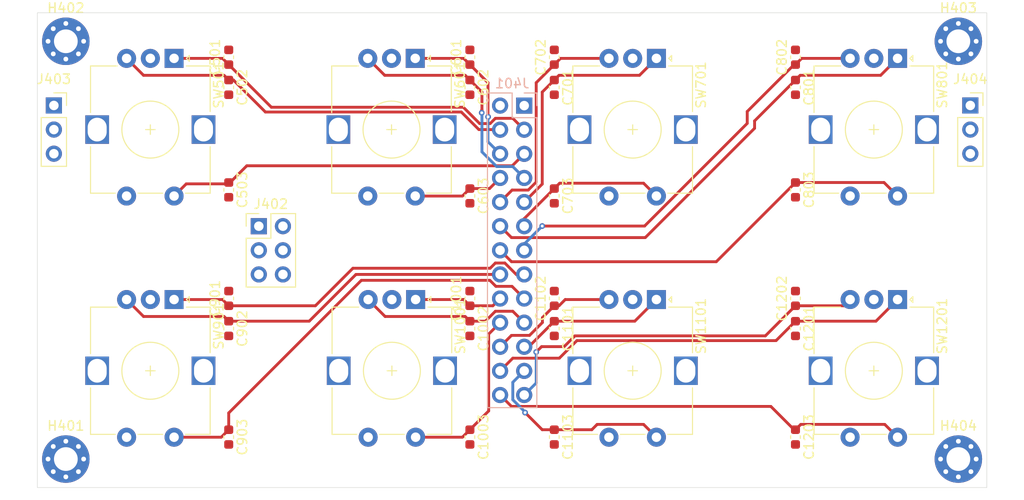
<source format=kicad_pcb>
(kicad_pcb (version 20241229) (generator "pcbnew") (generator_version "9.0")
  (layers (0 "F.Cu" signal) (2 "B.Cu" signal) (13 "F.Paste" user) (15 "B.Paste" user) (5 "F.SilkS" user "F.Silkscreen") (7 "B.SilkS" user "B.Silkscreen") (1 "F.Mask" user) (3 "B.Mask" user) (25 "Edge.Cuts" user))
  (net 0 "")
  (net 1 "GND")
  (net 2 "/encoder8/0_GPA0")
  (net 3 "/encoder8/0_GPB0")
  (net 4 "/encoder8/1_GPA0")
  (net 5 "/encoder8/0_GPA1")
  (net 6 "/encoder8/0_GPB1")
  (net 7 "/encoder8/1_GPA1")
  (net 8 "/encoder8/0_GPA2")
  (net 9 "/encoder8/0_GPB2")
  (net 10 "/encoder8/1_GPA2")
  (net 11 "/encoder8/0_GPA3")
  (net 12 "/encoder8/0_GPB3")
  (net 13 "/encoder8/1_GPA3")
  (net 14 "/encoder8/0_GPA4")
  (net 15 "/encoder8/0_GPB4")
  (net 16 "/encoder8/1_GPA4")
  (net 17 "/encoder8/0_GPA5")
  (net 18 "/encoder8/0_GPB5")
  (net 19 "/encoder8/1_GPA5")
  (net 20 "/encoder8/0_GPA6")
  (net 21 "/encoder8/0_GPB6")
  (net 22 "/encoder8/1_GPA6")
  (net 23 "/encoder8/0_GPA7")
  (net 24 "/encoder8/0_GPB7")
  (net 25 "/encoder8/1_GPA7")
  (net 26 "/encoder8/LED_5V")
  (net 27 "/encoder8/LED_DOUT")
  (net 28 "/encoder8/LED_DIN")
  (footprint "Capacitor_SMD:C_0603_1608Metric" (layer "F.Cu") (at 129.845 54.68 90)
    (property "Reference" "C802" (at 0 -1.43 90) (layer "F.SilkS"))
    (property "Value" "100n")
    (pad "1" smd roundrect (at -0.775 0 90) (size 0.9 0.95) (layers "F.Cu" "F.Mask" "F.Paste") (net 12 "/encoder8/0_GPB3"))
    (pad "2" smd roundrect (at 0.775 0 90) (size 0.9 0.95) (layers "F.Cu" "F.Mask" "F.Paste") (net 1 "GND"))
  )
  (footprint "Rotary_Encoder:RotaryEncoder_Alps_EC12E-Switch_Vertical_H20mm" (layer "F.Cu") (at 140.6 54.8 -90)
    (property "Reference" "SW801" (at 2.8 -4.7 90) (layer "F.SilkS"))
    (property "Value" "RotaryEncoder_Switch")
    (pad "A" thru_hole rect (at 0 0 270) (size 2 2) (drill 1) (layers "*.Cu" "*.Mask") (net 11 "/encoder8/0_GPA3"))
    (pad "B" thru_hole circle (at 0 5 270) (size 2 2) (drill 1) (layers "*.Cu" "*.Mask") (net 12 "/encoder8/0_GPB3"))
    (pad "C" thru_hole circle (at 0 2.5 270) (size 2 2) (drill 1) (layers "*.Cu" "*.Mask") (net 1 "GND"))
    (pad "MP" thru_hole rect (at 7.5 -3.1 270) (size 3 2.5) (drill oval 2.5 2) (layers "*.Cu" "*.Mask") (net 1 "GND"))
    (pad "MP" thru_hole rect (at 7.5 8.1 270) (size 3 2.5) (drill oval 2.5 2) (layers "*.Cu" "*.Mask") (net 1 "GND"))
    (pad "S1" thru_hole circle (at 14.5 0 270) (size 2 2) (drill 1) (layers "*.Cu" "*.Mask") (net 13 "/encoder8/1_GPA3"))
    (pad "S2" thru_hole circle (at 14.5 5 270) (size 2 2) (drill 1) (layers "*.Cu" "*.Mask") (net 1 "GND"))
  )
  (footprint "Capacitor_SMD:C_0603_1608Metric" (layer "F.Cu") (at 129.845 80.08 90)
    (property "Reference" "C1202" (at 0 -1.43 90) (layer "F.SilkS"))
    (property "Value" "100n")
    (pad "1" smd roundrect (at -0.775 0 90) (size 0.9 0.95) (layers "F.Cu" "F.Mask" "F.Paste") (net 24 "/encoder8/0_GPB7"))
    (pad "2" smd roundrect (at 0.775 0 90) (size 0.9 0.95) (layers "F.Cu" "F.Mask" "F.Paste") (net 1 "GND"))
  )
  (footprint "Capacitor_SMD:C_0603_1608Metric" (layer "F.Cu") (at 95.555 54.68 90)
    (property "Reference" "C601" (at 0 -1.43 90) (layer "F.SilkS"))
    (property "Value" "100n")
    (pad "1" smd roundrect (at -0.775 0 90) (size 0.9 0.95) (layers "F.Cu" "F.Mask" "F.Paste") (net 5 "/encoder8/0_GPA1"))
    (pad "2" smd roundrect (at 0.775 0 90) (size 0.9 0.95) (layers "F.Cu" "F.Mask" "F.Paste") (net 1 "GND"))
  )
  (footprint "MountingHole:MountingHole_2.5mm_Pad_Via" (layer "F.Cu") (at 147 53)
    (property "Reference" "H403" (at 0 -3.5 0) (layer "F.SilkS"))
    (property "Value" "MountingHole_Pad")
    (pad "1" thru_hole circle (at -1.875 0) (size 0.8 0.8) (drill 0.5) (layers "*.Cu" "*.Mask") (net 1 "GND"))
    (pad "1" thru_hole circle (at -1.325825 -1.325825) (size 0.8 0.8) (drill 0.5) (layers "*.Cu" "*.Mask") (net 1 "GND"))
    (pad "1" thru_hole circle (at -1.325825 1.325825) (size 0.8 0.8) (drill 0.5) (layers "*.Cu" "*.Mask") (net 1 "GND"))
    (pad "1" thru_hole circle (at 0 -1.875) (size 0.8 0.8) (drill 0.5) (layers "*.Cu" "*.Mask") (net 1 "GND"))
    (pad "1" thru_hole circle (at 0 0) (size 5 5) (drill 2.5) (layers "*.Cu" "*.Mask") (net 1 "GND"))
    (pad "1" thru_hole circle (at 0 1.875) (size 0.8 0.8) (drill 0.5) (layers "*.Cu" "*.Mask") (net 1 "GND"))
    (pad "1" thru_hole circle (at 1.325825 -1.325825) (size 0.8 0.8) (drill 0.5) (layers "*.Cu" "*.Mask") (net 1 "GND"))
    (pad "1" thru_hole circle (at 1.325825 1.325825) (size 0.8 0.8) (drill 0.5) (layers "*.Cu" "*.Mask") (net 1 "GND"))
    (pad "1" thru_hole circle (at 1.875 0) (size 0.8 0.8) (drill 0.5) (layers "*.Cu" "*.Mask") (net 1 "GND"))
  )
  (footprint "Capacitor_SMD:C_0603_1608Metric" (layer "F.Cu") (at 95.555 83.255 -90)
    (property "Reference" "C1002" (at 0 -1.43 90) (layer "F.SilkS"))
    (property "Value" "100n")
    (pad "1" smd roundrect (at -0.775 0 270) (size 0.9 0.95) (layers "F.Cu" "F.Mask" "F.Paste") (net 18 "/encoder8/0_GPB5"))
    (pad "2" smd roundrect (at 0.775 0 270) (size 0.9 0.95) (layers "F.Cu" "F.Mask" "F.Paste") (net 1 "GND"))
  )
  (footprint "Rotary_Encoder:RotaryEncoder_Alps_EC12E-Switch_Vertical_H20mm" (layer "F.Cu") (at 115.2 54.8 -90)
    (property "Reference" "SW701" (at 2.8 -4.7 90) (layer "F.SilkS"))
    (property "Value" "RotaryEncoder_Switch")
    (pad "A" thru_hole rect (at 0 0 270) (size 2 2) (drill 1) (layers "*.Cu" "*.Mask") (net 8 "/encoder8/0_GPA2"))
    (pad "B" thru_hole circle (at 0 5 270) (size 2 2) (drill 1) (layers "*.Cu" "*.Mask") (net 9 "/encoder8/0_GPB2"))
    (pad "C" thru_hole circle (at 0 2.5 270) (size 2 2) (drill 1) (layers "*.Cu" "*.Mask") (net 1 "GND"))
    (pad "MP" thru_hole rect (at 7.5 -3.1 270) (size 3 2.5) (drill oval 2.5 2) (layers "*.Cu" "*.Mask") (net 1 "GND"))
    (pad "MP" thru_hole rect (at 7.5 8.1 270) (size 3 2.5) (drill oval 2.5 2) (layers "*.Cu" "*.Mask") (net 1 "GND"))
    (pad "S1" thru_hole circle (at 14.5 0 270) (size 2 2) (drill 1) (layers "*.Cu" "*.Mask") (net 10 "/encoder8/1_GPA2"))
    (pad "S2" thru_hole circle (at 14.5 5 270) (size 2 2) (drill 1) (layers "*.Cu" "*.Mask") (net 1 "GND"))
  )
  (footprint "Capacitor_SMD:C_0603_1608Metric" (layer "F.Cu") (at 104.445 57.855 -90)
    (property "Reference" "C701" (at 0 -1.43 90) (layer "F.SilkS"))
    (property "Value" "100n")
    (pad "1" smd roundrect (at -0.775 0 270) (size 0.9 0.95) (layers "F.Cu" "F.Mask" "F.Paste") (net 8 "/encoder8/0_GPA2"))
    (pad "2" smd roundrect (at 0.775 0 270) (size 0.9 0.95) (layers "F.Cu" "F.Mask" "F.Paste") (net 1 "GND"))
  )
  (footprint "Capacitor_SMD:C_0603_1608Metric" (layer "F.Cu") (at 70.155 94.685 -90)
    (property "Reference" "C903" (at 0 -1.43 90) (layer "F.SilkS"))
    (property "Value" "100n")
    (pad "1" smd roundrect (at -0.775 0 270) (size 0.9 0.95) (layers "F.Cu" "F.Mask" "F.Paste") (net 16 "/encoder8/1_GPA4"))
    (pad "2" smd roundrect (at 0.775 0 270) (size 0.9 0.95) (layers "F.Cu" "F.Mask" "F.Paste") (net 1 "GND"))
  )
  (footprint "Capacitor_SMD:C_0603_1608Metric" (layer "F.Cu") (at 70.155 57.855 -90)
    (property "Reference" "C502" (at 0 -1.43 90) (layer "F.SilkS"))
    (property "Value" "100n")
    (pad "1" smd roundrect (at -0.775 0 270) (size 0.9 0.95) (layers "F.Cu" "F.Mask" "F.Paste") (net 3 "/encoder8/0_GPB0"))
    (pad "2" smd roundrect (at 0.775 0 270) (size 0.9 0.95) (layers "F.Cu" "F.Mask" "F.Paste") (net 1 "GND"))
  )
  (footprint "Capacitor_SMD:C_0603_1608Metric" (layer "F.Cu") (at 104.445 94.685 -90)
    (property "Reference" "C1103" (at 0 -1.43 90) (layer "F.SilkS"))
    (property "Value" "100n")
    (pad "1" smd roundrect (at -0.775 0 270) (size 0.9 0.95) (layers "F.Cu" "F.Mask" "F.Paste") (net 22 "/encoder8/1_GPA6"))
    (pad "2" smd roundrect (at 0.775 0 270) (size 0.9 0.95) (layers "F.Cu" "F.Mask" "F.Paste") (net 1 "GND"))
  )
  (footprint "Capacitor_SMD:C_0603_1608Metric" (layer "F.Cu") (at 129.845 94.685 -90)
    (property "Reference" "C1203" (at 0 -1.43 90) (layer "F.SilkS"))
    (property "Value" "100n")
    (pad "1" smd roundrect (at -0.775 0 270) (size 0.9 0.95) (layers "F.Cu" "F.Mask" "F.Paste") (net 25 "/encoder8/1_GPA7"))
    (pad "2" smd roundrect (at 0.775 0 270) (size 0.9 0.95) (layers "F.Cu" "F.Mask" "F.Paste") (net 1 "GND"))
  )
  (footprint "Capacitor_SMD:C_0603_1608Metric" (layer "F.Cu") (at 129.845 68.65 -90)
    (property "Reference" "C803" (at 0 -1.43 90) (layer "F.SilkS"))
    (property "Value" "100n")
    (pad "1" smd roundrect (at -0.775 0 270) (size 0.9 0.95) (layers "F.Cu" "F.Mask" "F.Paste") (net 13 "/encoder8/1_GPA3"))
    (pad "2" smd roundrect (at 0.775 0 270) (size 0.9 0.95) (layers "F.Cu" "F.Mask" "F.Paste") (net 1 "GND"))
  )
  (footprint "Capacitor_SMD:C_0603_1608Metric" (layer "F.Cu") (at 129.845 83.255 -90)
    (property "Reference" "C1201" (at 0 -1.43 90) (layer "F.SilkS"))
    (property "Value" "100n")
    (pad "1" smd roundrect (at -0.775 0 270) (size 0.9 0.95) (layers "F.Cu" "F.Mask" "F.Paste") (net 23 "/encoder8/0_GPA7"))
    (pad "2" smd roundrect (at 0.775 0 270) (size 0.9 0.95) (layers "F.Cu" "F.Mask" "F.Paste") (net 1 "GND"))
  )
  (footprint "Capacitor_SMD:C_0603_1608Metric" (layer "F.Cu") (at 70.155 68.65 -90)
    (property "Reference" "C503" (at 0 -1.43 90) (layer "F.SilkS"))
    (property "Value" "100n")
    (pad "1" smd roundrect (at -0.775 0 270) (size 0.9 0.95) (layers "F.Cu" "F.Mask" "F.Paste") (net 4 "/encoder8/1_GPA0"))
    (pad "2" smd roundrect (at 0.775 0 270) (size 0.9 0.95) (layers "F.Cu" "F.Mask" "F.Paste") (net 1 "GND"))
  )
  (footprint "Capacitor_SMD:C_0603_1608Metric" (layer "F.Cu") (at 104.445 83.255 -90)
    (property "Reference" "C1101" (at 0 -1.43 90) (layer "F.SilkS"))
    (property "Value" "100n")
    (pad "1" smd roundrect (at -0.775 0 270) (size 0.9 0.95) (layers "F.Cu" "F.Mask" "F.Paste") (net 20 "/encoder8/0_GPA6"))
    (pad "2" smd roundrect (at 0.775 0 270) (size 0.9 0.95) (layers "F.Cu" "F.Mask" "F.Paste") (net 1 "GND"))
  )
  (footprint "Capacitor_SMD:C_0603_1608Metric" (layer "F.Cu") (at 70.155 80.08 90)
    (property "Reference" "C901" (at 0 -1.43 90) (layer "F.SilkS"))
    (property "Value" "100n")
    (pad "1" smd roundrect (at -0.775 0 90) (size 0.9 0.95) (layers "F.Cu" "F.Mask" "F.Paste") (net 14 "/encoder8/0_GPA4"))
    (pad "2" smd roundrect (at 0.775 0 90) (size 0.9 0.95) (layers "F.Cu" "F.Mask" "F.Paste") (net 1 "GND"))
  )
  (footprint "Capacitor_SMD:C_0603_1608Metric" (layer "F.Cu") (at 70.155 54.68 90)
    (property "Reference" "C501" (at 0 -1.43 90) (layer "F.SilkS"))
    (property "Value" "100n")
    (pad "1" smd roundrect (at -0.775 0 90) (size 0.9 0.95) (layers "F.Cu" "F.Mask" "F.Paste") (net 2 "/encoder8/0_GPA0"))
    (pad "2" smd roundrect (at 0.775 0 90) (size 0.9 0.95) (layers "F.Cu" "F.Mask" "F.Paste") (net 1 "GND"))
  )
  (footprint "Capacitor_SMD:C_0603_1608Metric" (layer "F.Cu") (at 104.445 54.68 90)
    (property "Reference" "C702" (at 0 -1.43 90) (layer "F.SilkS"))
    (property "Value" "100n")
    (pad "1" smd roundrect (at -0.775 0 90) (size 0.9 0.95) (layers "F.Cu" "F.Mask" "F.Paste") (net 9 "/encoder8/0_GPB2"))
    (pad "2" smd roundrect (at 0.775 0 90) (size 0.9 0.95) (layers "F.Cu" "F.Mask" "F.Paste") (net 1 "GND"))
  )
  (footprint "Capacitor_SMD:C_0603_1608Metric" (layer "F.Cu") (at 95.555 57.855 -90)
    (property "Reference" "C602" (at 0 -1.43 90) (layer "F.SilkS"))
    (property "Value" "100n")
    (pad "1" smd roundrect (at -0.775 0 270) (size 0.9 0.95) (layers "F.Cu" "F.Mask" "F.Paste") (net 6 "/encoder8/0_GPB1"))
    (pad "2" smd roundrect (at 0.775 0 270) (size 0.9 0.95) (layers "F.Cu" "F.Mask" "F.Paste") (net 1 "GND"))
  )
  (footprint "Capacitor_SMD:C_0603_1608Metric" (layer "F.Cu") (at 95.555 94.685 -90)
    (property "Reference" "C1003" (at 0 -1.43 90) (layer "F.SilkS"))
    (property "Value" "100n")
    (pad "1" smd roundrect (at -0.775 0 270) (size 0.9 0.95) (layers "F.Cu" "F.Mask" "F.Paste") (net 19 "/encoder8/1_GPA5"))
    (pad "2" smd roundrect (at 0.775 0 270) (size 0.9 0.95) (layers "F.Cu" "F.Mask" "F.Paste") (net 1 "GND"))
  )
  (footprint "Rotary_Encoder:RotaryEncoder_Alps_EC12E-Switch_Vertical_H20mm" (layer "F.Cu") (at 115.2 80.2 -90)
    (property "Reference" "SW1101" (at 2.8 -4.7 90) (layer "F.SilkS"))
    (property "Value" "RotaryEncoder_Switch")
    (pad "A" thru_hole rect (at 0 0 270) (size 2 2) (drill 1) (layers "*.Cu" "*.Mask") (net 20 "/encoder8/0_GPA6"))
    (pad "B" thru_hole circle (at 0 5 270) (size 2 2) (drill 1) (layers "*.Cu" "*.Mask") (net 21 "/encoder8/0_GPB6"))
    (pad "C" thru_hole circle (at 0 2.5 270) (size 2 2) (drill 1) (layers "*.Cu" "*.Mask") (net 1 "GND"))
    (pad "MP" thru_hole rect (at 7.5 -3.1 270) (size 3 2.5) (drill oval 2.5 2) (layers "*.Cu" "*.Mask") (net 1 "GND"))
    (pad "MP" thru_hole rect (at 7.5 8.1 270) (size 3 2.5) (drill oval 2.5 2) (layers "*.Cu" "*.Mask") (net 1 "GND"))
    (pad "S1" thru_hole circle (at 14.5 0 270) (size 2 2) (drill 1) (layers "*.Cu" "*.Mask") (net 22 "/encoder8/1_GPA6"))
    (pad "S2" thru_hole circle (at 14.5 5 270) (size 2 2) (drill 1) (layers "*.Cu" "*.Mask") (net 1 "GND"))
  )
  (footprint "MountingHole:MountingHole_2.5mm_Pad_Via" (layer "F.Cu") (at 147 97)
    (property "Reference" "H404" (at 0 -3.5 0) (layer "F.SilkS"))
    (property "Value" "MountingHole_Pad")
    (pad "1" thru_hole circle (at -1.875 0) (size 0.8 0.8) (drill 0.5) (layers "*.Cu" "*.Mask") (net 1 "GND"))
    (pad "1" thru_hole circle (at -1.325825 -1.325825) (size 0.8 0.8) (drill 0.5) (layers "*.Cu" "*.Mask") (net 1 "GND"))
    (pad "1" thru_hole circle (at -1.325825 1.325825) (size 0.8 0.8) (drill 0.5) (layers "*.Cu" "*.Mask") (net 1 "GND"))
    (pad "1" thru_hole circle (at 0 -1.875) (size 0.8 0.8) (drill 0.5) (layers "*.Cu" "*.Mask") (net 1 "GND"))
    (pad "1" thru_hole circle (at 0 0) (size 5 5) (drill 2.5) (layers "*.Cu" "*.Mask") (net 1 "GND"))
    (pad "1" thru_hole circle (at 0 1.875) (size 0.8 0.8) (drill 0.5) (layers "*.Cu" "*.Mask") (net 1 "GND"))
    (pad "1" thru_hole circle (at 1.325825 -1.325825) (size 0.8 0.8) (drill 0.5) (layers "*.Cu" "*.Mask") (net 1 "GND"))
    (pad "1" thru_hole circle (at 1.325825 1.325825) (size 0.8 0.8) (drill 0.5) (layers "*.Cu" "*.Mask") (net 1 "GND"))
    (pad "1" thru_hole circle (at 1.875 0) (size 0.8 0.8) (drill 0.5) (layers "*.Cu" "*.Mask") (net 1 "GND"))
  )
  (footprint "Capacitor_SMD:C_0603_1608Metric" (layer "F.Cu") (at 95.555 69.285 -90)
    (property "Reference" "C603" (at 0 -1.43 90) (layer "F.SilkS"))
    (property "Value" "100n")
    (pad "1" smd roundrect (at -0.775 0 270) (size 0.9 0.95) (layers "F.Cu" "F.Mask" "F.Paste") (net 7 "/encoder8/1_GPA1"))
    (pad "2" smd roundrect (at 0.775 0 270) (size 0.9 0.95) (layers "F.Cu" "F.Mask" "F.Paste") (net 1 "GND"))
  )
  (footprint "MountingHole:MountingHole_2.5mm_Pad_Via" (layer "F.Cu") (at 53 53)
    (property "Reference" "H402" (at 0 -3.5 0) (layer "F.SilkS"))
    (property "Value" "MountingHole_Pad")
    (pad "1" thru_hole circle (at -1.875 0) (size 0.8 0.8) (drill 0.5) (layers "*.Cu" "*.Mask") (net 1 "GND"))
    (pad "1" thru_hole circle (at -1.325825 -1.325825) (size 0.8 0.8) (drill 0.5) (layers "*.Cu" "*.Mask") (net 1 "GND"))
    (pad "1" thru_hole circle (at -1.325825 1.325825) (size 0.8 0.8) (drill 0.5) (layers "*.Cu" "*.Mask") (net 1 "GND"))
    (pad "1" thru_hole circle (at 0 -1.875) (size 0.8 0.8) (drill 0.5) (layers "*.Cu" "*.Mask") (net 1 "GND"))
    (pad "1" thru_hole circle (at 0 0) (size 5 5) (drill 2.5) (layers "*.Cu" "*.Mask") (net 1 "GND"))
    (pad "1" thru_hole circle (at 0 1.875) (size 0.8 0.8) (drill 0.5) (layers "*.Cu" "*.Mask") (net 1 "GND"))
    (pad "1" thru_hole circle (at 1.325825 -1.325825) (size 0.8 0.8) (drill 0.5) (layers "*.Cu" "*.Mask") (net 1 "GND"))
    (pad "1" thru_hole circle (at 1.325825 1.325825) (size 0.8 0.8) (drill 0.5) (layers "*.Cu" "*.Mask") (net 1 "GND"))
    (pad "1" thru_hole circle (at 1.875 0) (size 0.8 0.8) (drill 0.5) (layers "*.Cu" "*.Mask") (net 1 "GND"))
  )
  (footprint "Capacitor_SMD:C_0603_1608Metric" (layer "F.Cu") (at 104.445 80.08 90)
    (property "Reference" "C1102" (at 0 -1.43 90) (layer "F.SilkS"))
    (property "Value" "100n")
    (pad "1" smd roundrect (at -0.775 0 90) (size 0.9 0.95) (layers "F.Cu" "F.Mask" "F.Paste") (net 21 "/encoder8/0_GPB6"))
    (pad "2" smd roundrect (at 0.775 0 90) (size 0.9 0.95) (layers "F.Cu" "F.Mask" "F.Paste") (net 1 "GND"))
  )
  (footprint "Rotary_Encoder:RotaryEncoder_Alps_EC12E-Switch_Vertical_H20mm" (layer "F.Cu") (at 89.84 80.2 -90)
    (property "Reference" "SW1001" (at 2.8 -4.7 90) (layer "F.SilkS"))
    (property "Value" "RotaryEncoder_Switch")
    (pad "A" thru_hole rect (at 0 0 270) (size 2 2) (drill 1) (layers "*.Cu" "*.Mask") (net 17 "/encoder8/0_GPA5"))
    (pad "B" thru_hole circle (at 0 5 270) (size 2 2) (drill 1) (layers "*.Cu" "*.Mask") (net 18 "/encoder8/0_GPB5"))
    (pad "C" thru_hole circle (at 0 2.5 270) (size 2 2) (drill 1) (layers "*.Cu" "*.Mask") (net 1 "GND"))
    (pad "MP" thru_hole rect (at 7.5 -3.1 270) (size 3 2.5) (drill oval 2.5 2) (layers "*.Cu" "*.Mask") (net 1 "GND"))
    (pad "MP" thru_hole rect (at 7.5 8.1 270) (size 3 2.5) (drill oval 2.5 2) (layers "*.Cu" "*.Mask") (net 1 "GND"))
    (pad "S1" thru_hole circle (at 14.5 0 270) (size 2 2) (drill 1) (layers "*.Cu" "*.Mask") (net 19 "/encoder8/1_GPA5"))
    (pad "S2" thru_hole circle (at 14.5 5 270) (size 2 2) (drill 1) (layers "*.Cu" "*.Mask") (net 1 "GND"))
  )
  (footprint "Rotary_Encoder:RotaryEncoder_Alps_EC12E-Switch_Vertical_H20mm" (layer "F.Cu") (at 64.4 80.2 -90)
    (property "Reference" "SW901" (at 2.8 -4.7 90) (layer "F.SilkS"))
    (property "Value" "RotaryEncoder_Switch")
    (pad "A" thru_hole rect (at 0 0 270) (size 2 2) (drill 1) (layers "*.Cu" "*.Mask") (net 14 "/encoder8/0_GPA4"))
    (pad "B" thru_hole circle (at 0 5 270) (size 2 2) (drill 1) (layers "*.Cu" "*.Mask") (net 15 "/encoder8/0_GPB4"))
    (pad "C" thru_hole circle (at 0 2.5 270) (size 2 2) (drill 1) (layers "*.Cu" "*.Mask") (net 1 "GND"))
    (pad "MP" thru_hole rect (at 7.5 -3.1 270) (size 3 2.5) (drill oval 2.5 2) (layers "*.Cu" "*.Mask") (net 1 "GND"))
    (pad "MP" thru_hole rect (at 7.5 8.1 270) (size 3 2.5) (drill oval 2.5 2) (layers "*.Cu" "*.Mask") (net 1 "GND"))
    (pad "S1" thru_hole circle (at 14.5 0 270) (size 2 2) (drill 1) (layers "*.Cu" "*.Mask") (net 16 "/encoder8/1_GPA4"))
    (pad "S2" thru_hole circle (at 14.5 5 270) (size 2 2) (drill 1) (layers "*.Cu" "*.Mask") (net 1 "GND"))
  )
  (footprint "Capacitor_SMD:C_0603_1608Metric" (layer "F.Cu") (at 70.155 83.255 -90)
    (property "Reference" "C902" (at 0 -1.43 90) (layer "F.SilkS"))
    (property "Value" "100n")
    (pad "1" smd roundrect (at -0.775 0 270) (size 0.9 0.95) (layers "F.Cu" "F.Mask" "F.Paste") (net 15 "/encoder8/0_GPB4"))
    (pad "2" smd roundrect (at 0.775 0 270) (size 0.9 0.95) (layers "F.Cu" "F.Mask" "F.Paste") (net 1 "GND"))
  )
  (footprint "Connector_PinSocket_2.54mm:PinSocket_1x03_P2.54mm_Vertical" (layer "F.Cu") (at 51.74 59.76)
    (property "Reference" "J403" (at 0 -2.77 0) (layer "F.SilkS"))
    (property "Value" "Conn_01x03")
    (pad "1" thru_hole rect (at 0 0) (size 1.7 1.7) (drill 1) (layers "*.Cu" "*.Mask") (net 1 "GND"))
    (pad "2" thru_hole oval (at 0 2.54) (size 1.7 1.7) (drill 1) (layers "*.Cu" "*.Mask") (net 28 "/encoder8/LED_DIN"))
    (pad "3" thru_hole oval (at 0 5.08) (size 1.7 1.7) (drill 1) (layers "*.Cu" "*.Mask") (net 26 "/encoder8/LED_5V"))
  )
  (footprint "Connector_PinSocket_2.54mm:PinSocket_1x03_P2.54mm_Vertical" (layer "F.Cu") (at 148.26 59.76)
    (property "Reference" "J404" (at 0 -2.77 0) (layer "F.SilkS"))
    (property "Value" "Conn_01x03")
    (pad "1" thru_hole rect (at 0 0) (size 1.7 1.7) (drill 1) (layers "*.Cu" "*.Mask") (net 1 "GND"))
    (pad "2" thru_hole oval (at 0 2.54) (size 1.7 1.7) (drill 1) (layers "*.Cu" "*.Mask") (net 27 "/encoder8/LED_DOUT"))
    (pad "3" thru_hole oval (at 0 5.08) (size 1.7 1.7) (drill 1) (layers "*.Cu" "*.Mask") (net 26 "/encoder8/LED_5V"))
  )
  (footprint "Rotary_Encoder:RotaryEncoder_Alps_EC12E-Switch_Vertical_H20mm" (layer "F.Cu") (at 89.8 54.8 -90)
    (property "Reference" "SW601" (at 2.8 -4.7 90) (layer "F.SilkS"))
    (property "Value" "RotaryEncoder_Switch")
    (pad "A" thru_hole rect (at 0 0 270) (size 2 2) (drill 1) (layers "*.Cu" "*.Mask") (net 5 "/encoder8/0_GPA1"))
    (pad "B" thru_hole circle (at 0 5 270) (size 2 2) (drill 1) (layers "*.Cu" "*.Mask") (net 6 "/encoder8/0_GPB1"))
    (pad "C" thru_hole circle (at 0 2.5 270) (size 2 2) (drill 1) (layers "*.Cu" "*.Mask") (net 1 "GND"))
    (pad "MP" thru_hole rect (at 7.5 -3.1 270) (size 3 2.5) (drill oval 2.5 2) (layers "*.Cu" "*.Mask") (net 1 "GND"))
    (pad "MP" thru_hole rect (at 7.5 8.1 270) (size 3 2.5) (drill oval 2.5 2) (layers "*.Cu" "*.Mask") (net 1 "GND"))
    (pad "S1" thru_hole circle (at 14.5 0 270) (size 2 2) (drill 1) (layers "*.Cu" "*.Mask") (net 7 "/encoder8/1_GPA1"))
    (pad "S2" thru_hole circle (at 14.5 5 270) (size 2 2) (drill 1) (layers "*.Cu" "*.Mask") (net 1 "GND"))
  )
  (footprint "Capacitor_SMD:C_0603_1608Metric" (layer "F.Cu") (at 95.555 80.08 90)
    (property "Reference" "C1001" (at 0 -1.43 90) (layer "F.SilkS"))
    (property "Value" "100n")
    (pad "1" smd roundrect (at -0.775 0 90) (size 0.9 0.95) (layers "F.Cu" "F.Mask" "F.Paste") (net 17 "/encoder8/0_GPA5"))
    (pad "2" smd roundrect (at 0.775 0 90) (size 0.9 0.95) (layers "F.Cu" "F.Mask" "F.Paste") (net 1 "GND"))
  )
  (footprint "Rotary_Encoder:RotaryEncoder_Alps_EC12E-Switch_Vertical_H20mm" (layer "F.Cu") (at 64.4 54.8 -90)
    (property "Reference" "SW501" (at 2.8 -4.7 90) (layer "F.SilkS"))
    (property "Value" "RotaryEncoder_Switch")
    (pad "A" thru_hole rect (at 0 0 270) (size 2 2) (drill 1) (layers "*.Cu" "*.Mask") (net 2 "/encoder8/0_GPA0"))
    (pad "B" thru_hole circle (at 0 5 270) (size 2 2) (drill 1) (layers "*.Cu" "*.Mask") (net 3 "/encoder8/0_GPB0"))
    (pad "C" thru_hole circle (at 0 2.5 270) (size 2 2) (drill 1) (layers "*.Cu" "*.Mask") (net 1 "GND"))
    (pad "MP" thru_hole rect (at 7.5 -3.1 270) (size 3 2.5) (drill oval 2.5 2) (layers "*.Cu" "*.Mask") (net 1 "GND"))
    (pad "MP" thru_hole rect (at 7.5 8.1 270) (size 3 2.5) (drill oval 2.5 2) (layers "*.Cu" "*.Mask") (net 1 "GND"))
    (pad "S1" thru_hole circle (at 14.5 0 270) (size 2 2) (drill 1) (layers "*.Cu" "*.Mask") (net 4 "/encoder8/1_GPA0"))
    (pad "S2" thru_hole circle (at 14.5 5 270) (size 2 2) (drill 1) (layers "*.Cu" "*.Mask") (net 1 "GND"))
  )
  (footprint "Capacitor_SMD:C_0603_1608Metric" (layer "F.Cu") (at 129.845 57.855 -90)
    (property "Reference" "C801" (at 0 -1.43 90) (layer "F.SilkS"))
    (property "Value" "100n")
    (pad "1" smd roundrect (at -0.775 0 270) (size 0.9 0.95) (layers "F.Cu" "F.Mask" "F.Paste") (net 11 "/encoder8/0_GPA3"))
    (pad "2" smd roundrect (at 0.775 0 270) (size 0.9 0.95) (layers "F.Cu" "F.Mask" "F.Paste") (net 1 "GND"))
  )
  (footprint "Rotary_Encoder:RotaryEncoder_Alps_EC12E-Switch_Vertical_H20mm" (layer "F.Cu") (at 140.6 80.2 -90)
    (property "Reference" "SW1201" (at 2.8 -4.7 90) (layer "F.SilkS"))
    (property "Value" "RotaryEncoder_Switch")
    (pad "A" thru_hole rect (at 0 0 270) (size 2 2) (drill 1) (layers "*.Cu" "*.Mask") (net 23 "/encoder8/0_GPA7"))
    (pad "B" thru_hole circle (at 0 5 270) (size 2 2) (drill 1) (layers "*.Cu" "*.Mask") (net 24 "/encoder8/0_GPB7"))
    (pad "C" thru_hole circle (at 0 2.5 270) (size 2 2) (drill 1) (layers "*.Cu" "*.Mask") (net 1 "GND"))
    (pad "MP" thru_hole rect (at 7.5 -3.1 270) (size 3 2.5) (drill oval 2.5 2) (layers "*.Cu" "*.Mask") (net 1 "GND"))
    (pad "MP" thru_hole rect (at 7.5 8.1 270) (size 3 2.5) (drill oval 2.5 2) (layers "*.Cu" "*.Mask") (net 1 "GND"))
    (pad "S1" thru_hole circle (at 14.5 0 270) (size 2 2) (drill 1) (layers "*.Cu" "*.Mask") (net 25 "/encoder8/1_GPA7"))
    (pad "S2" thru_hole circle (at 14.5 5 270) (size 2 2) (drill 1) (layers "*.Cu" "*.Mask") (net 1 "GND"))
  )
  (footprint "MountingHole:MountingHole_2.5mm_Pad_Via" (layer "F.Cu") (at 53 97)
    (property "Reference" "H401" (at 0 -3.5 0) (layer "F.SilkS"))
    (property "Value" "MountingHole_Pad")
    (pad "1" thru_hole circle (at -1.875 0) (size 0.8 0.8) (drill 0.5) (layers "*.Cu" "*.Mask") (net 1 "GND"))
    (pad "1" thru_hole circle (at -1.325825 -1.325825) (size 0.8 0.8) (drill 0.5) (layers "*.Cu" "*.Mask") (net 1 "GND"))
    (pad "1" thru_hole circle (at -1.325825 1.325825) (size 0.8 0.8) (drill 0.5) (layers "*.Cu" "*.Mask") (net 1 "GND"))
    (pad "1" thru_hole circle (at 0 -1.875) (size 0.8 0.8) (drill 0.5) (layers "*.Cu" "*.Mask") (net 1 "GND"))
    (pad "1" thru_hole circle (at 0 0) (size 5 5) (drill 2.5) (layers "*.Cu" "*.Mask") (net 1 "GND"))
    (pad "1" thru_hole circle (at 0 1.875) (size 0.8 0.8) (drill 0.5) (layers "*.Cu" "*.Mask") (net 1 "GND"))
    (pad "1" thru_hole circle (at 1.325825 -1.325825) (size 0.8 0.8) (drill 0.5) (layers "*.Cu" "*.Mask") (net 1 "GND"))
    (pad "1" thru_hole circle (at 1.325825 1.325825) (size 0.8 0.8) (drill 0.5) (layers "*.Cu" "*.Mask") (net 1 "GND"))
    (pad "1" thru_hole circle (at 1.875 0) (size 0.8 0.8) (drill 0.5) (layers "*.Cu" "*.Mask") (net 1 "GND"))
  )
  (footprint "Connector_PinHeader_2.54mm:PinHeader_2x03_P2.54mm_Vertical" (layer "F.Cu") (at 73.325 72.475)
    (property "Reference" "J402" (at 1.27 -2.33 0) (layer "F.SilkS"))
    (property "Value" "Conn_02x03_Odd_Even")
    (pad "1" thru_hole rect (at 0 0) (size 1.7 1.7) (drill 1) (layers "*.Cu" "*.Mask") (net 1 "GND"))
    (pad "2" thru_hole oval (at 2.54 0) (size 1.7 1.7) (drill 1) (layers "*.Cu" "*.Mask") (net 1 "GND"))
    (pad "3" thru_hole oval (at 0 2.54) (size 1.7 1.7) (drill 1) (layers "*.Cu" "*.Mask") (net 28 "/encoder8/LED_DIN"))
    (pad "4" thru_hole oval (at 2.54 2.54) (size 1.7 1.7) (drill 1) (layers "*.Cu" "*.Mask") (net 27 "/encoder8/LED_DOUT"))
    (pad "5" thru_hole oval (at 0 5.08) (size 1.7 1.7) (drill 1) (layers "*.Cu" "*.Mask") (net 26 "/encoder8/LED_5V"))
    (pad "6" thru_hole oval (at 2.54 5.08) (size 1.7 1.7) (drill 1) (layers "*.Cu" "*.Mask") (net 26 "/encoder8/LED_5V"))
  )
  (footprint "Capacitor_SMD:C_0603_1608Metric" (layer "F.Cu") (at 104.445 69.285 -90)
    (property "Reference" "C703" (at 0 -1.43 90) (layer "F.SilkS"))
    (property "Value" "100n")
    (pad "1" smd roundrect (at -0.775 0 270) (size 0.9 0.95) (layers "F.Cu" "F.Mask" "F.Paste") (net 10 "/encoder8/1_GPA2"))
    (pad "2" smd roundrect (at 0.775 0 270) (size 0.9 0.95) (layers "F.Cu" "F.Mask" "F.Paste") (net 1 "GND"))
  )
  (footprint "Connector_PinHeader_2.54mm:PinHeader_2x13_P2.54mm_Vertical" (layer "B.Cu") (at 101.275 59.775 180)
    (property "Reference" "J401" (at 1.27 2.33 0) (layer "B.SilkS") (effects (justify mirror)))
    (property "Value" "Conn_02x13_Odd_Even")
    (pad "1" thru_hole rect (at 0 0 180) (size 1.7 1.7) (drill 1) (layers "*.Cu" "*.Mask") (net 1 "GND"))
    (pad "2" thru_hole oval (at 2.54 0 180) (size 1.7 1.7) (drill 1) (layers "*.Cu" "*.Mask") (net 1 "GND"))
    (pad "3" thru_hole oval (at 0 -2.54 180) (size 1.7 1.7) (drill 1) (layers "*.Cu" "*.Mask") (net 2 "/encoder8/0_GPA0"))
    (pad "4" thru_hole oval (at 2.54 -2.54 180) (size 1.7 1.7) (drill 1) (layers "*.Cu" "*.Mask") (net 3 "/encoder8/0_GPB0"))
    (pad "5" thru_hole oval (at 0 -5.08 180) (size 1.7 1.7) (drill 1) (layers "*.Cu" "*.Mask") (net 4 "/encoder8/1_GPA0"))
    (pad "6" thru_hole oval (at 2.54 -5.08 180) (size 1.7 1.7) (drill 1) (layers "*.Cu" "*.Mask") (net 5 "/encoder8/0_GPA1"))
    (pad "7" thru_hole oval (at 0 -7.62 180) (size 1.7 1.7) (drill 1) (layers "*.Cu" "*.Mask") (net 6 "/encoder8/0_GPB1"))
    (pad "8" thru_hole oval (at 2.54 -7.62 180) (size 1.7 1.7) (drill 1) (layers "*.Cu" "*.Mask") (net 7 "/encoder8/1_GPA1"))
    (pad "9" thru_hole oval (at 0 -10.16 180) (size 1.7 1.7) (drill 1) (layers "*.Cu" "*.Mask") (net 8 "/encoder8/0_GPA2"))
    (pad "10" thru_hole oval (at 2.54 -10.16 180) (size 1.7 1.7) (drill 1) (layers "*.Cu" "*.Mask") (net 9 "/encoder8/0_GPB2"))
    (pad "11" thru_hole oval (at 0 -12.7 180) (size 1.7 1.7) (drill 1) (layers "*.Cu" "*.Mask") (net 10 "/encoder8/1_GPA2"))
    (pad "12" thru_hole oval (at 2.54 -12.7 180) (size 1.7 1.7) (drill 1) (layers "*.Cu" "*.Mask") (net 11 "/encoder8/0_GPA3"))
    (pad "13" thru_hole oval (at 0 -15.24 180) (size 1.7 1.7) (drill 1) (layers "*.Cu" "*.Mask") (net 12 "/encoder8/0_GPB3"))
    (pad "14" thru_hole oval (at 2.54 -15.24 180) (size 1.7 1.7) (drill 1) (layers "*.Cu" "*.Mask") (net 13 "/encoder8/1_GPA3"))
    (pad "15" thru_hole oval (at 0 -17.78 180) (size 1.7 1.7) (drill 1) (layers "*.Cu" "*.Mask") (net 14 "/encoder8/0_GPA4"))
    (pad "16" thru_hole oval (at 2.54 -17.78 180) (size 1.7 1.7) (drill 1) (layers "*.Cu" "*.Mask") (net 15 "/encoder8/0_GPB4"))
    (pad "17" thru_hole oval (at 0 -20.32 180) (size 1.7 1.7) (drill 1) (layers "*.Cu" "*.Mask") (net 16 "/encoder8/1_GPA4"))
    (pad "18" thru_hole oval (at 2.54 -20.32 180) (size 1.7 1.7) (drill 1) (layers "*.Cu" "*.Mask") (net 17 "/encoder8/0_GPA5"))
    (pad "19" thru_hole oval (at 0 -22.86 180) (size 1.7 1.7) (drill 1) (layers "*.Cu" "*.Mask") (net 18 "/encoder8/0_GPB5"))
    (pad "20" thru_hole oval (at 2.54 -22.86 180) (size 1.7 1.7) (drill 1) (layers "*.Cu" "*.Mask") (net 19 "/encoder8/1_GPA5"))
    (pad "21" thru_hole oval (at 0 -25.4 180) (size 1.7 1.7) (drill 1) (layers "*.Cu" "*.Mask") (net 20 "/encoder8/0_GPA6"))
    (pad "22" thru_hole oval (at 2.54 -25.4 180) (size 1.7 1.7) (drill 1) (layers "*.Cu" "*.Mask") (net 21 "/encoder8/0_GPB6"))
    (pad "23" thru_hole oval (at 0 -27.94 180) (size 1.7 1.7) (drill 1) (layers "*.Cu" "*.Mask") (net 22 "/encoder8/1_GPA6"))
    (pad "24" thru_hole oval (at 2.54 -27.94 180) (size 1.7 1.7) (drill 1) (layers "*.Cu" "*.Mask") (net 23 "/encoder8/0_GPA7"))
    (pad "25" thru_hole oval (at 0 -30.48 180) (size 1.7 1.7) (drill 1) (layers "*.Cu" "*.Mask") (net 24 "/encoder8/0_GPB7"))
    (pad "26" thru_hole oval (at 2.54 -30.48 180) (size 1.7 1.7) (drill 1) (layers "*.Cu" "*.Mask") (net 25 "/encoder8/1_GPA7"))
  )
  (gr_rect (start 50 50) (end 150 100) (stroke (width 0.05)) (fill no) (layer "Edge.Cuts"))
  (segment (start 70.155 55.455) (end 69.5 54.8) (width 0.3) (layer "F.Cu") (net 2))
  (segment (start 100.074 61.114) (end 98.237529 61.114) (width 0.3) (layer "F.Cu") (net 2))
  (segment (start 101.275 62.315) (end 100.074 61.114) (width 0.3) (layer "F.Cu") (net 2))
  (segment (start 98.237529 61.114) (end 97.686529 61.665) (width 0.3) (layer "F.Cu") (net 2))
  (segment (start 69.5 54.8) (end 64.4 54.8) (width 0.3) (layer "F.Cu") (net 2))
  (segment (start 64.3 54.7) (end 64.4 54.8) (width 0.2) (layer "F.Cu") (net 2))
  (segment (start 96.58426 61.665) (end 94.86726 59.948) (width 0.3) (layer "F.Cu") (net 2))
  (segment (start 97.686529 61.665) (end 96.58426 61.665) (width 0.3) (layer "F.Cu") (net 2))
  (segment (start 74.648 59.948) (end 70.155 55.455) (width 0.3) (layer "F.Cu") (net 2))
  (segment (start 94.86726 59.948) (end 74.648 59.948) (width 0.3) (layer "F.Cu") (net 2))
  (segment (start 69.66 56.585) (end 61.185 56.585) (width 0.3) (layer "F.Cu") (net 3))
  (segment (start 94.6515 60.449) (end 74.019 60.449) (width 0.3) (layer "F.Cu") (net 3))
  (segment (start 74.019 60.449) (end 70.65 57.08) (width 0.3) (layer "F.Cu") (net 3))
  (segment (start 98.72 62.3) (end 96.5025 62.3) (width 0.3) (layer "F.Cu") (net 3))
  (segment (start 61.185 56.585) (end 59.4 54.8) (width 0.3) (layer "F.Cu") (net 3))
  (segment (start 96.5025 62.3) (end 94.6515 60.449) (width 0.3) (layer "F.Cu") (net 3))
  (segment (start 70.155 57.08) (end 69.66 56.585) (width 0.3) (layer "F.Cu") (net 3))
  (segment (start 98.735 62.315) (end 98.72 62.3) (width 0.3) (layer "F.Cu") (net 3))
  (segment (start 70.65 57.08) (end 70.155 57.08) (width 0.3) (layer "F.Cu") (net 3))
  (segment (start 70.015 68.015) (end 70.155 67.875) (width 0.3) (layer "F.Cu") (net 4))
  (segment (start 72.06 66.11) (end 70.295 67.875) (width 0.3) (layer "F.Cu") (net 4))
  (segment (start 64.4 69.3) (end 65.685 68.015) (width 0.3) (layer "F.Cu") (net 4))
  (segment (start 65.685 68.015) (end 70.015 68.015) (width 0.3) (layer "F.Cu") (net 4))
  (segment (start 101.275 64.855) (end 100.02 66.11) (width 0.3) (layer "F.Cu") (net 4))
  (segment (start 100.02 66.11) (end 72.06 66.11) (width 0.3) (layer "F.Cu") (net 4))
  (segment (start 70.295 67.875) (end 70.155 67.875) (width 0.3) (layer "F.Cu") (net 4))
  (segment (start 95.555 55.455) (end 94.9 54.8) (width 0.3) (layer "F.Cu") (net 5))
  (segment (start 94.9 54.8) (end 89.8 54.8) (width 0.3) (layer "F.Cu") (net 5))
  (segment (start 97.474999 60.957291) (end 97.46 60.942292) (width 0.3) (layer "F.Cu") (net 5))
  (segment (start 97.46 57.36) (end 95.555 55.455) (width 0.3) (layer "F.Cu") (net 5))
  (segment (start 97.46 60.942292) (end 97.46 57.36) (width 0.3) (layer "F.Cu") (net 5))
  (via (at 97.474999 60.957291) (size 0.6) (drill 0.3) (layers "F.Cu" "B.Cu") (net 5))
  (segment (start 97.46 63.58) (end 98.735 64.855) (width 0.3) (layer "B.Cu") (net 5))
  (segment (start 97.46 60.97229) (end 97.46 63.58) (width 0.3) (layer "B.Cu") (net 5))
  (segment (start 97.474999 60.957291) (end 97.46 60.97229) (width 0.3) (layer "B.Cu") (net 5))
  (segment (start 95.06 56.585) (end 95.555 57.08) (width 0.3) (layer "F.Cu") (net 6))
  (segment (start 96.799434 60.528787) (end 96.799434 60.240563) (width 0.3) (layer "F.Cu") (net 6))
  (segment (start 96.825 60.214997) (end 96.825 58.35) (width 0.3) (layer "F.Cu") (net 6))
  (segment (start 86.585 56.585) (end 95.06 56.585) (width 0.3) (layer "F.Cu") (net 6))
  (segment (start 84.8 54.8) (end 86.585 56.585) (width 0.3) (layer "F.Cu") (net 6))
  (segment (start 96.825 58.35) (end 95.555 57.08) (width 0.3) (layer "F.Cu") (net 6))
  (segment (start 96.799434 60.240563) (end 96.825 60.214997) (width 0.3) (layer "F.Cu") (net 6))
  (via (at 96.799434 60.528787) (size 0.6) (drill 0.3) (layers "F.Cu" "B.Cu") (net 6))
  (segment (start 96.799434 60.528787) (end 96.808784 60.528787) (width 0.3) (layer "B.Cu") (net 6))
  (segment (start 96.825 60.545003) (end 96.825 64.643471) (width 0.3) (layer "B.Cu") (net 6))
  (segment (start 100.074 66.194) (end 101.275 67.395) (width 0.3) (layer "B.Cu") (net 6))
  (segment (start 98.375529 66.194) (end 100.074 66.194) (width 0.3) (layer "B.Cu") (net 6))
  (segment (start 96.808784 60.528787) (end 96.825 60.545003) (width 0.3) (layer "B.Cu") (net 6))
  (segment (start 96.825 64.643471) (end 98.375529 66.194) (width 0.3) (layer "B.Cu") (net 6))
  (segment (start 97.62 68.51) (end 98.735 67.395) (width 0.3) (layer "F.Cu") (net 7))
  (segment (start 94.765 69.3) (end 95.555 68.51) (width 0.3) (layer "F.Cu") (net 7))
  (segment (start 89.8 69.3) (end 94.765 69.3) (width 0.3) (layer "F.Cu") (net 7))
  (segment (start 95.555 68.51) (end 97.62 68.51) (width 0.3) (layer "F.Cu") (net 7))
  (segment (start 104.445 57.08) (end 104.94 56.585) (width 0.3) (layer "F.Cu") (net 8))
  (segment (start 101.275 69.935) (end 103.175 68.035) (width 0.3) (layer "F.Cu") (net 8))
  (segment (start 104.94 56.585) (end 113.415 56.585) (width 0.3) (layer "F.Cu") (net 8))
  (segment (start 113.415 56.585) (end 115.2 54.8) (width 0.3) (layer "F.Cu") (net 8))
  (segment (start 103.175 58.35) (end 104.445 57.08) (width 0.3) (layer "F.Cu") (net 8))
  (segment (start 103.175 68.035) (end 103.175 58.35) (width 0.3) (layer "F.Cu") (net 8))
  (segment (start 102.54 67.828471) (end 101.698471 68.67) (width 0.3) (layer "F.Cu") (net 9))
  (segment (start 105.1 54.8) (end 104.445 55.455) (width 0.3) (layer "F.Cu") (net 9))
  (segment (start 102.54 57.36) (end 102.54 67.828471) (width 0.3) (layer "F.Cu") (net 9))
  (segment (start 110.2 54.8) (end 105.1 54.8) (width 0.3) (layer "F.Cu") (net 9))
  (segment (start 100 68.67) (end 98.735 69.935) (width 0.3) (layer "F.Cu") (net 9))
  (segment (start 104.445 55.455) (end 102.54 57.36) (width 0.3) (layer "F.Cu") (net 9))
  (segment (start 101.698471 68.67) (end 100 68.67) (width 0.3) (layer "F.Cu") (net 9))
  (segment (start 101.275 71.68) (end 101.275 72.475) (width 0.3) (layer "F.Cu") (net 10))
  (segment (start 104.445 68.51) (end 105.006 67.949) (width 0.3) (layer "F.Cu") (net 10))
  (segment (start 113.849 67.949) (end 115.2 69.3) (width 0.3) (layer "F.Cu") (net 10))
  (segment (start 104.445 68.51) (end 101.275 71.68) (width 0.3) (layer "F.Cu") (net 10))
  (segment (start 105.006 67.949) (end 113.849 67.949) (width 0.3) (layer "F.Cu") (net 10))
  (segment (start 130.34 56.585) (end 138.815 56.585) (width 0.3) (layer "F.Cu") (net 11))
  (segment (start 114.024 73.676) (end 125.54 62.16) (width 0.3) (layer "F.Cu") (net 11))
  (segment (start 98.735 72.475) (end 99.936 73.676) (width 0.3) (layer "F.Cu") (net 11))
  (segment (start 125.54 61.385) (end 129.845 57.08) (width 0.3) (layer "F.Cu") (net 11))
  (segment (start 99.936 73.676) (end 114.024 73.676) (width 0.3) (layer "F.Cu") (net 11))
  (segment (start 125.54 62.16) (end 125.54 61.385) (width 0.3) (layer "F.Cu") (net 11))
  (segment (start 129.845 57.08) (end 130.34 56.585) (width 0.3) (layer "F.Cu") (net 11))
  (segment (start 138.815 56.585) (end 140.6 54.8) (width 0.3) (layer "F.Cu") (net 11))
  (segment (start 129.705 55.455) (end 129.845 55.455) (width 0.3) (layer "F.Cu") (net 12))
  (segment (start 124.765 60.395) (end 129.705 55.455) (width 0.3) (layer "F.Cu") (net 12))
  (segment (start 124.765 61.645603) (end 124.765 60.395) (width 0.3) (layer "F.Cu") (net 12))
  (segment (start 113.95161 72.458993) (end 124.765 61.645603) (width 0.3) (layer "F.Cu") (net 12))
  (segment (start 129.845 55.455) (end 130.5 54.8) (width 0.3) (layer "F.Cu") (net 12))
  (segment (start 130.5 54.8) (end 135.6 54.8) (width 0.3) (layer "F.Cu") (net 12))
  (segment (start 103.175 72.458993) (end 113.95161 72.458993) (width 0.3) (layer "F.Cu") (net 12))
  (via (at 103.175 72.458993) (size 0.6) (drill 0.3) (layers "F.Cu" "B.Cu") (net 12))
  (segment (start 101.275 74.358993) (end 101.275 75.015) (width 0.3) (layer "B.Cu") (net 12))
  (segment (start 103.175 72.458993) (end 101.275 74.358993) (width 0.3) (layer "B.Cu") (net 12))
  (segment (start 98.735 75.015) (end 99.936 76.216) (width 0.3) (layer "F.Cu") (net 13))
  (segment (start 129.845 67.875) (end 139.175 67.875) (width 0.3) (layer "F.Cu") (net 13))
  (segment (start 139.175 67.875) (end 140.6 69.3) (width 0.3) (layer "F.Cu") (net 13))
  (segment (start 121.504 76.216) (end 129.845 67.875) (width 0.3) (layer "F.Cu") (net 13))
  (segment (start 99.936 76.216) (end 121.504 76.216) (width 0.3) (layer "F.Cu") (net 13))
  (segment (start 69.5 80.2) (end 70.155 80.855) (width 0.3) (layer "F.Cu") (net 14))
  (segment (start 99.232471 76.354) (end 98.237529 76.354) (width 0.3) (layer "F.Cu") (net 14))
  (segment (start 79.283552 80.855) (end 70.155 80.855) (width 0.3) (layer "F.Cu") (net 14))
  (segment (start 97.686529 76.905) (end 83.233552 76.905) (width 0.3) (layer "F.Cu") (net 14))
  (segment (start 64.4 80.2) (end 69.5 80.2) (width 0.3) (layer "F.Cu") (net 14))
  (segment (start 98.237529 76.354) (end 97.686529 76.905) (width 0.3) (layer "F.Cu") (net 14))
  (segment (start 101.275 77.555) (end 100.433471 77.555) (width 0.3) (layer "F.Cu") (net 14))
  (segment (start 100.433471 77.555) (end 99.232471 76.354) (width 0.3) (layer "F.Cu") (net 14))
  (segment (start 83.233552 76.905) (end 79.283552 80.855) (width 0.3) (layer "F.Cu") (net 14))
  (segment (start 70.155 82.48) (end 78.630884 82.48) (width 0.3) (layer "F.Cu") (net 15))
  (segment (start 69.66 81.985) (end 61.185 81.985) (width 0.3) (layer "F.Cu") (net 15))
  (segment (start 70.155 82.48) (end 69.66 81.985) (width 0.3) (layer "F.Cu") (net 15))
  (segment (start 61.185 81.985) (end 59.4 80.2) (width 0.3) (layer "F.Cu") (net 15))
  (segment (start 83.555884 77.555) (end 98.735 77.555) (width 0.3) (layer "F.Cu") (net 15))
  (segment (start 78.630884 82.48) (end 83.555884 77.555) (width 0.3) (layer "F.Cu") (net 15))
  (segment (start 69.365 94.7) (end 70.155 93.91) (width 0.3) (layer "F.Cu") (net 16))
  (segment (start 99.99 78.81) (end 101.275 80.095) (width 0.3) (layer "F.Cu") (net 16))
  (segment (start 70.155 92.145) (end 84.125 78.175) (width 0.3) (layer "F.Cu") (net 16))
  (segment (start 84.125 78.175) (end 97.656529 78.175) (width 0.3) (layer "F.Cu") (net 16))
  (segment (start 98.291529 78.81) (end 99.99 78.81) (width 0.3) (layer "F.Cu") (net 16))
  (segment (start 70.155 93.91) (end 70.155 92.145) (width 0.3) (layer "F.Cu") (net 16))
  (segment (start 97.656529 78.175) (end 98.291529 78.81) (width 0.3) (layer "F.Cu") (net 16))
  (segment (start 64.4 94.7) (end 69.365 94.7) (width 0.3) (layer "F.Cu") (net 16))
  (segment (start 89.84 80.2) (end 94.9 80.2) (width 0.3) (layer "F.Cu") (net 17))
  (segment (start 98.735 80.095) (end 97.975 80.855) (width 0.3) (layer "F.Cu") (net 17))
  (segment (start 97.975 80.855) (end 95.555 80.855) (width 0.3) (layer "F.Cu") (net 17))
  (segment (start 94.9 80.2) (end 95.555 80.855) (width 0.3) (layer "F.Cu") (net 17))
  (segment (start 98.237529 81.434) (end 97.191529 82.48) (width 0.3) (layer "F.Cu") (net 18))
  (segment (start 97.191529 82.48) (end 95.555 82.48) (width 0.3) (layer "F.Cu") (net 18))
  (segment (start 86.625 81.985) (end 95.06 81.985) (width 0.3) (layer "F.Cu") (net 18))
  (segment (start 100.074 81.434) (end 98.237529 81.434) (width 0.3) (layer "F.Cu") (net 18))
  (segment (start 84.84 80.2) (end 86.625 81.985) (width 0.3) (layer "F.Cu") (net 18))
  (segment (start 95.06 81.985) (end 95.555 82.48) (width 0.3) (layer "F.Cu") (net 18))
  (segment (start 101.275 82.635) (end 100.074 81.434) (width 0.3) (layer "F.Cu") (net 18))
  (segment (start 97.534 91.931) (end 95.555 93.91) (width 0.3) (layer "F.Cu") (net 19))
  (segment (start 97.534 83.836) (end 97.534 91.931) (width 0.3) (layer "F.Cu") (net 19))
  (segment (start 94.765 94.7) (end 95.555 93.91) (width 0.3) (layer "F.Cu") (net 19))
  (segment (start 89.84 94.7) (end 94.765 94.7) (width 0.3) (layer "F.Cu") (net 19))
  (segment (start 98.735 82.635) (end 97.534 83.836) (width 0.3) (layer "F.Cu") (net 19))
  (segment (start 112.92 82.48) (end 115.2 80.2) (width 0.3) (layer "F.Cu") (net 20))
  (segment (start 101.75 85.175) (end 104.445 82.48) (width 0.3) (layer "F.Cu") (net 20))
  (segment (start 101.275 85.175) (end 101.75 85.175) (width 0.3) (layer "F.Cu") (net 20))
  (segment (start 104.445 82.48) (end 112.92 82.48) (width 0.3) (layer "F.Cu") (net 20))
  (segment (start 101.837 83.974) (end 103.191 82.62) (width 0.3) (layer "F.Cu") (net 21))
  (segment (start 103.191 82.109) (end 104.445 80.855) (width 0.3) (layer "F.Cu") (net 21))
  (segment (start 103.191 82.62) (end 103.191 82.109) (width 0.3) (layer "F.Cu") (net 21))
  (segment (start 105.595 80.2) (end 110.2 80.2) (width 0.3) (layer "F.Cu") (net 21))
  (segment (start 99.936 83.974) (end 101.837 83.974) (width 0.3) (layer "F.Cu") (net 21))
  (segment (start 98.735 85.175) (end 99.936 83.974) (width 0.3) (layer "F.Cu") (net 21))
  (segment (start 104.445 80.855) (end 104.94 80.855) (width 0.3) (layer "F.Cu") (net 21))
  (segment (start 104.94 80.855) (end 105.595 80.2) (width 0.3) (layer "F.Cu") (net 21))
  (segment (start 108.395 93.91) (end 104.445 93.91) (width 0.3) (layer "F.Cu") (net 22))
  (segment (start 115.2 94.7) (end 113.849 93.349) (width 0.3) (layer "F.Cu") (net 22))
  (segment (start 113.849 93.349) (end 108.956 93.349) (width 0.3) (layer "F.Cu") (net 22))
  (segment (start 108.956 93.349) (end 108.395 93.91) (width 0.3) (layer "F.Cu") (net 22))
  (segment (start 101.368265 92.106) (end 103.172265 93.91) (width 0.3) (layer "F.Cu") (net 22))
  (segment (start 103.172265 93.91) (end 104.445 93.91) (width 0.3) (layer "F.Cu") (net 22))
  (via (at 101.368265 92.106) (size 0.6) (drill 0.3) (layers "F.Cu" "B.Cu") (net 22))
  (segment (start 101.368265 92.046736) (end 100.074 90.752471) (width 0.3) (layer "B.Cu") (net 22))
  (segment (start 100.074 88.916) (end 101.275 87.715) (width 0.3) (layer "B.Cu") (net 22))
  (segment (start 100.074 90.752471) (end 100.074 88.916) (width 0.3) (layer "B.Cu") (net 22))
  (segment (start 101.368265 92.106) (end 101.368265 92.046736) (width 0.3) (layer "B.Cu") (net 22))
  (segment (start 129.845 82.48) (end 138.32 82.48) (width 0.3) (layer "F.Cu") (net 23))
  (segment (start 104.972 86.376) (end 106.823 84.525) (width 0.3) (layer "F.Cu") (net 23))
  (segment (start 106.823 84.525) (end 127.8 84.525) (width 0.3) (layer "F.Cu") (net 23))
  (segment (start 127.8 84.525) (end 129.845 82.48) (width 0.3) (layer "F.Cu") (net 23))
  (segment (start 100.074 86.376) (end 104.972 86.376) (width 0.3) (layer "F.Cu") (net 23))
  (segment (start 98.735 87.715) (end 100.074 86.376) (width 0.3) (layer "F.Cu") (net 23))
  (segment (start 138.32 82.48) (end 140.6 80.2) (width 0.3) (layer "F.Cu") (net 23))
  (segment (start 106.322 84.31748) (end 106.615479 84.024) (width 0.3) (layer "F.Cu") (net 24))
  (segment (start 102.54 85.726) (end 103.106 85.16) (width 0.3) (layer "F.Cu") (net 24))
  (segment (start 105.47948 85.16) (end 106.322 84.31748) (width 0.3) (layer "F.Cu") (net 24))
  (segment (start 134.945 80.855) (end 135.6 80.2) (width 0.3) (layer "F.Cu") (net 24))
  (segment (start 129.845 80.855) (end 134.945 80.855) (width 0.3) (layer "F.Cu") (net 24))
  (segment (start 126.676 84.024) (end 129.845 80.855) (width 0.3) (layer "F.Cu") (net 24))
  (segment (start 103.106 85.16) (end 105.47948 85.16) (width 0.3) (layer "F.Cu") (net 24))
  (segment (start 106.615479 84.024) (end 126.676 84.024) (width 0.3) (layer "F.Cu") (net 24))
  (via (at 102.54 85.726) (size 0.6) (drill 0.3) (layers "F.Cu" "B.Cu") (net 24))
  (segment (start 102.54 85.726) (end 102.54 88.99) (width 0.3) (layer "B.Cu") (net 24))
  (segment (start 102.54 88.99) (end 101.275 90.255) (width 0.3) (layer "B.Cu") (net 24))
  (segment (start 129.845 93.91) (end 130.406 93.349) (width 0.3) (layer "F.Cu") (net 25))
  (segment (start 98.735 90.255) (end 99.936 91.456) (width 0.3) (layer "F.Cu") (net 25))
  (segment (start 99.936 91.456) (end 127.251 91.456) (width 0.3) (layer "F.Cu") (net 25))
  (segment (start 139.249 93.349) (end 140.6 94.7) (width 0.3) (layer "F.Cu") (net 25))
  (segment (start 129.705 93.91) (end 129.845 93.91) (width 0.3) (layer "F.Cu") (net 25))
  (segment (start 130.406 93.349) (end 139.249 93.349) (width 0.3) (layer "F.Cu") (net 25))
  (segment (start 127.251 91.456) (end 129.705 93.91) (width 0.3) (layer "F.Cu") (net 25))
)
</source>
